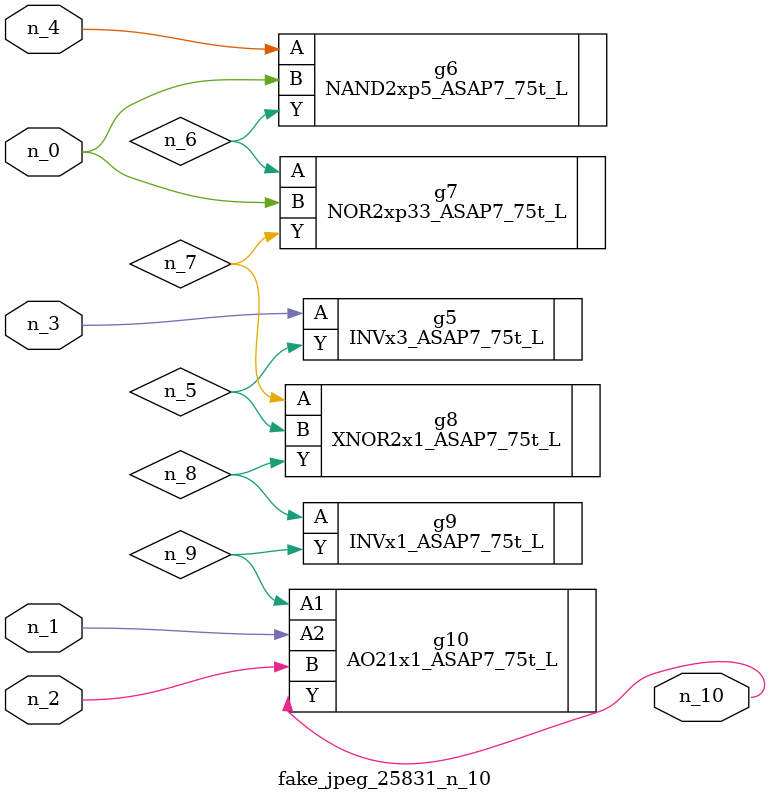
<source format=v>
module fake_jpeg_25831_n_10 (n_3, n_2, n_1, n_0, n_4, n_10);

input n_3;
input n_2;
input n_1;
input n_0;
input n_4;

output n_10;

wire n_8;
wire n_9;
wire n_6;
wire n_5;
wire n_7;

INVx3_ASAP7_75t_L g5 ( 
.A(n_3),
.Y(n_5)
);

NAND2xp5_ASAP7_75t_L g6 ( 
.A(n_4),
.B(n_0),
.Y(n_6)
);

NOR2xp33_ASAP7_75t_L g7 ( 
.A(n_6),
.B(n_0),
.Y(n_7)
);

XNOR2x1_ASAP7_75t_L g8 ( 
.A(n_7),
.B(n_5),
.Y(n_8)
);

INVx1_ASAP7_75t_L g9 ( 
.A(n_8),
.Y(n_9)
);

AO21x1_ASAP7_75t_L g10 ( 
.A1(n_9),
.A2(n_1),
.B(n_2),
.Y(n_10)
);


endmodule
</source>
